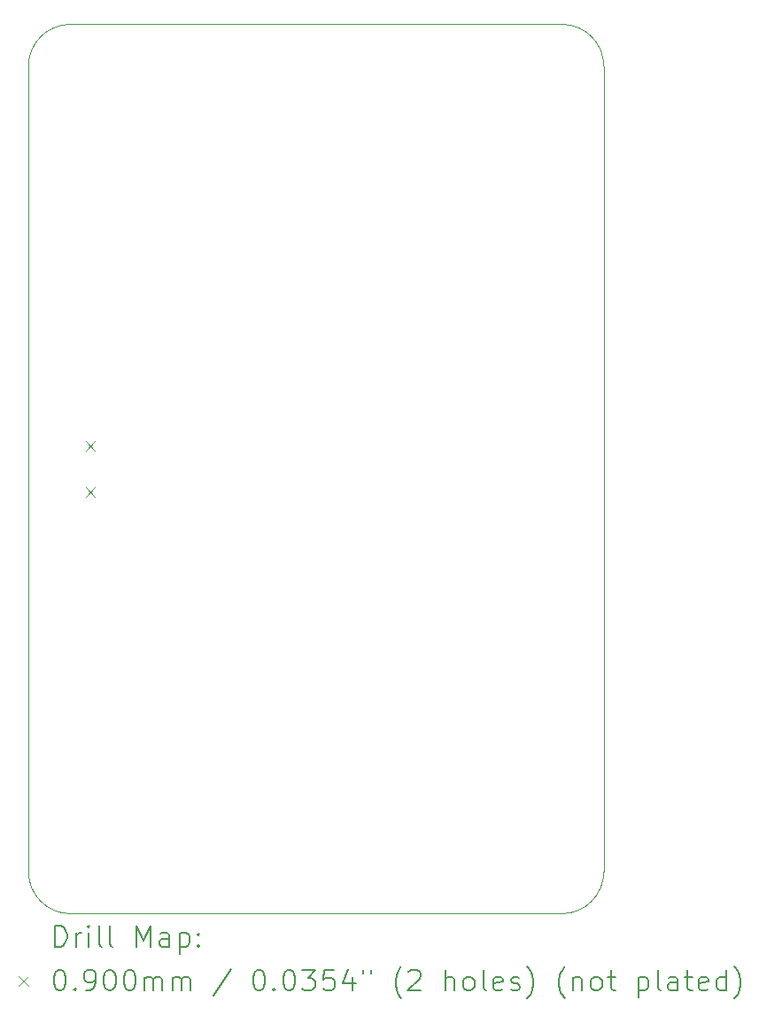
<source format=gbr>
%FSLAX45Y45*%
G04 Gerber Fmt 4.5, Leading zero omitted, Abs format (unit mm)*
G04 Created by KiCad (PCBNEW (6.0.5)) date 2024-04-12 21:33:26*
%MOMM*%
%LPD*%
G01*
G04 APERTURE LIST*
%TA.AperFunction,Profile*%
%ADD10C,0.100000*%
%TD*%
%ADD11C,0.200000*%
%ADD12C,0.090000*%
G04 APERTURE END LIST*
D10*
X18000000Y-13100000D02*
X18000000Y-5400000D01*
X18000000Y-5400000D02*
G75*
G03*
X17600000Y-5000000I-400000J0D01*
G01*
X12500000Y-5400000D02*
X12500000Y-13100000D01*
X12900000Y-13500000D02*
X17600000Y-13500000D01*
X12900000Y-5000000D02*
G75*
G03*
X12500000Y-5400000I0J-400000D01*
G01*
X12500000Y-13100000D02*
G75*
G03*
X12900000Y-13500000I400000J0D01*
G01*
X17600000Y-13500000D02*
G75*
G03*
X18000000Y-13100000I0J400000D01*
G01*
X17600000Y-5000000D02*
X12900000Y-5000000D01*
D11*
D12*
X13047500Y-8985000D02*
X13137500Y-9075000D01*
X13137500Y-8985000D02*
X13047500Y-9075000D01*
X13047500Y-9425000D02*
X13137500Y-9515000D01*
X13137500Y-9425000D02*
X13047500Y-9515000D01*
D11*
X12752619Y-13815476D02*
X12752619Y-13615476D01*
X12800238Y-13615476D01*
X12828809Y-13625000D01*
X12847857Y-13644048D01*
X12857381Y-13663095D01*
X12866905Y-13701190D01*
X12866905Y-13729762D01*
X12857381Y-13767857D01*
X12847857Y-13786905D01*
X12828809Y-13805952D01*
X12800238Y-13815476D01*
X12752619Y-13815476D01*
X12952619Y-13815476D02*
X12952619Y-13682143D01*
X12952619Y-13720238D02*
X12962143Y-13701190D01*
X12971667Y-13691667D01*
X12990714Y-13682143D01*
X13009762Y-13682143D01*
X13076428Y-13815476D02*
X13076428Y-13682143D01*
X13076428Y-13615476D02*
X13066905Y-13625000D01*
X13076428Y-13634524D01*
X13085952Y-13625000D01*
X13076428Y-13615476D01*
X13076428Y-13634524D01*
X13200238Y-13815476D02*
X13181190Y-13805952D01*
X13171667Y-13786905D01*
X13171667Y-13615476D01*
X13305000Y-13815476D02*
X13285952Y-13805952D01*
X13276428Y-13786905D01*
X13276428Y-13615476D01*
X13533571Y-13815476D02*
X13533571Y-13615476D01*
X13600238Y-13758333D01*
X13666905Y-13615476D01*
X13666905Y-13815476D01*
X13847857Y-13815476D02*
X13847857Y-13710714D01*
X13838333Y-13691667D01*
X13819286Y-13682143D01*
X13781190Y-13682143D01*
X13762143Y-13691667D01*
X13847857Y-13805952D02*
X13828809Y-13815476D01*
X13781190Y-13815476D01*
X13762143Y-13805952D01*
X13752619Y-13786905D01*
X13752619Y-13767857D01*
X13762143Y-13748809D01*
X13781190Y-13739286D01*
X13828809Y-13739286D01*
X13847857Y-13729762D01*
X13943095Y-13682143D02*
X13943095Y-13882143D01*
X13943095Y-13691667D02*
X13962143Y-13682143D01*
X14000238Y-13682143D01*
X14019286Y-13691667D01*
X14028809Y-13701190D01*
X14038333Y-13720238D01*
X14038333Y-13777381D01*
X14028809Y-13796428D01*
X14019286Y-13805952D01*
X14000238Y-13815476D01*
X13962143Y-13815476D01*
X13943095Y-13805952D01*
X14124048Y-13796428D02*
X14133571Y-13805952D01*
X14124048Y-13815476D01*
X14114524Y-13805952D01*
X14124048Y-13796428D01*
X14124048Y-13815476D01*
X14124048Y-13691667D02*
X14133571Y-13701190D01*
X14124048Y-13710714D01*
X14114524Y-13701190D01*
X14124048Y-13691667D01*
X14124048Y-13710714D01*
D12*
X12405000Y-14100000D02*
X12495000Y-14190000D01*
X12495000Y-14100000D02*
X12405000Y-14190000D01*
D11*
X12790714Y-14035476D02*
X12809762Y-14035476D01*
X12828809Y-14045000D01*
X12838333Y-14054524D01*
X12847857Y-14073571D01*
X12857381Y-14111667D01*
X12857381Y-14159286D01*
X12847857Y-14197381D01*
X12838333Y-14216428D01*
X12828809Y-14225952D01*
X12809762Y-14235476D01*
X12790714Y-14235476D01*
X12771667Y-14225952D01*
X12762143Y-14216428D01*
X12752619Y-14197381D01*
X12743095Y-14159286D01*
X12743095Y-14111667D01*
X12752619Y-14073571D01*
X12762143Y-14054524D01*
X12771667Y-14045000D01*
X12790714Y-14035476D01*
X12943095Y-14216428D02*
X12952619Y-14225952D01*
X12943095Y-14235476D01*
X12933571Y-14225952D01*
X12943095Y-14216428D01*
X12943095Y-14235476D01*
X13047857Y-14235476D02*
X13085952Y-14235476D01*
X13105000Y-14225952D01*
X13114524Y-14216428D01*
X13133571Y-14187857D01*
X13143095Y-14149762D01*
X13143095Y-14073571D01*
X13133571Y-14054524D01*
X13124048Y-14045000D01*
X13105000Y-14035476D01*
X13066905Y-14035476D01*
X13047857Y-14045000D01*
X13038333Y-14054524D01*
X13028809Y-14073571D01*
X13028809Y-14121190D01*
X13038333Y-14140238D01*
X13047857Y-14149762D01*
X13066905Y-14159286D01*
X13105000Y-14159286D01*
X13124048Y-14149762D01*
X13133571Y-14140238D01*
X13143095Y-14121190D01*
X13266905Y-14035476D02*
X13285952Y-14035476D01*
X13305000Y-14045000D01*
X13314524Y-14054524D01*
X13324048Y-14073571D01*
X13333571Y-14111667D01*
X13333571Y-14159286D01*
X13324048Y-14197381D01*
X13314524Y-14216428D01*
X13305000Y-14225952D01*
X13285952Y-14235476D01*
X13266905Y-14235476D01*
X13247857Y-14225952D01*
X13238333Y-14216428D01*
X13228809Y-14197381D01*
X13219286Y-14159286D01*
X13219286Y-14111667D01*
X13228809Y-14073571D01*
X13238333Y-14054524D01*
X13247857Y-14045000D01*
X13266905Y-14035476D01*
X13457381Y-14035476D02*
X13476428Y-14035476D01*
X13495476Y-14045000D01*
X13505000Y-14054524D01*
X13514524Y-14073571D01*
X13524048Y-14111667D01*
X13524048Y-14159286D01*
X13514524Y-14197381D01*
X13505000Y-14216428D01*
X13495476Y-14225952D01*
X13476428Y-14235476D01*
X13457381Y-14235476D01*
X13438333Y-14225952D01*
X13428809Y-14216428D01*
X13419286Y-14197381D01*
X13409762Y-14159286D01*
X13409762Y-14111667D01*
X13419286Y-14073571D01*
X13428809Y-14054524D01*
X13438333Y-14045000D01*
X13457381Y-14035476D01*
X13609762Y-14235476D02*
X13609762Y-14102143D01*
X13609762Y-14121190D02*
X13619286Y-14111667D01*
X13638333Y-14102143D01*
X13666905Y-14102143D01*
X13685952Y-14111667D01*
X13695476Y-14130714D01*
X13695476Y-14235476D01*
X13695476Y-14130714D02*
X13705000Y-14111667D01*
X13724048Y-14102143D01*
X13752619Y-14102143D01*
X13771667Y-14111667D01*
X13781190Y-14130714D01*
X13781190Y-14235476D01*
X13876428Y-14235476D02*
X13876428Y-14102143D01*
X13876428Y-14121190D02*
X13885952Y-14111667D01*
X13905000Y-14102143D01*
X13933571Y-14102143D01*
X13952619Y-14111667D01*
X13962143Y-14130714D01*
X13962143Y-14235476D01*
X13962143Y-14130714D02*
X13971667Y-14111667D01*
X13990714Y-14102143D01*
X14019286Y-14102143D01*
X14038333Y-14111667D01*
X14047857Y-14130714D01*
X14047857Y-14235476D01*
X14438333Y-14025952D02*
X14266905Y-14283095D01*
X14695476Y-14035476D02*
X14714524Y-14035476D01*
X14733571Y-14045000D01*
X14743095Y-14054524D01*
X14752619Y-14073571D01*
X14762143Y-14111667D01*
X14762143Y-14159286D01*
X14752619Y-14197381D01*
X14743095Y-14216428D01*
X14733571Y-14225952D01*
X14714524Y-14235476D01*
X14695476Y-14235476D01*
X14676428Y-14225952D01*
X14666905Y-14216428D01*
X14657381Y-14197381D01*
X14647857Y-14159286D01*
X14647857Y-14111667D01*
X14657381Y-14073571D01*
X14666905Y-14054524D01*
X14676428Y-14045000D01*
X14695476Y-14035476D01*
X14847857Y-14216428D02*
X14857381Y-14225952D01*
X14847857Y-14235476D01*
X14838333Y-14225952D01*
X14847857Y-14216428D01*
X14847857Y-14235476D01*
X14981190Y-14035476D02*
X15000238Y-14035476D01*
X15019286Y-14045000D01*
X15028809Y-14054524D01*
X15038333Y-14073571D01*
X15047857Y-14111667D01*
X15047857Y-14159286D01*
X15038333Y-14197381D01*
X15028809Y-14216428D01*
X15019286Y-14225952D01*
X15000238Y-14235476D01*
X14981190Y-14235476D01*
X14962143Y-14225952D01*
X14952619Y-14216428D01*
X14943095Y-14197381D01*
X14933571Y-14159286D01*
X14933571Y-14111667D01*
X14943095Y-14073571D01*
X14952619Y-14054524D01*
X14962143Y-14045000D01*
X14981190Y-14035476D01*
X15114524Y-14035476D02*
X15238333Y-14035476D01*
X15171667Y-14111667D01*
X15200238Y-14111667D01*
X15219286Y-14121190D01*
X15228809Y-14130714D01*
X15238333Y-14149762D01*
X15238333Y-14197381D01*
X15228809Y-14216428D01*
X15219286Y-14225952D01*
X15200238Y-14235476D01*
X15143095Y-14235476D01*
X15124048Y-14225952D01*
X15114524Y-14216428D01*
X15419286Y-14035476D02*
X15324048Y-14035476D01*
X15314524Y-14130714D01*
X15324048Y-14121190D01*
X15343095Y-14111667D01*
X15390714Y-14111667D01*
X15409762Y-14121190D01*
X15419286Y-14130714D01*
X15428809Y-14149762D01*
X15428809Y-14197381D01*
X15419286Y-14216428D01*
X15409762Y-14225952D01*
X15390714Y-14235476D01*
X15343095Y-14235476D01*
X15324048Y-14225952D01*
X15314524Y-14216428D01*
X15600238Y-14102143D02*
X15600238Y-14235476D01*
X15552619Y-14025952D02*
X15505000Y-14168809D01*
X15628809Y-14168809D01*
X15695476Y-14035476D02*
X15695476Y-14073571D01*
X15771667Y-14035476D02*
X15771667Y-14073571D01*
X16066905Y-14311667D02*
X16057381Y-14302143D01*
X16038333Y-14273571D01*
X16028809Y-14254524D01*
X16019286Y-14225952D01*
X16009762Y-14178333D01*
X16009762Y-14140238D01*
X16019286Y-14092619D01*
X16028809Y-14064048D01*
X16038333Y-14045000D01*
X16057381Y-14016428D01*
X16066905Y-14006905D01*
X16133571Y-14054524D02*
X16143095Y-14045000D01*
X16162143Y-14035476D01*
X16209762Y-14035476D01*
X16228809Y-14045000D01*
X16238333Y-14054524D01*
X16247857Y-14073571D01*
X16247857Y-14092619D01*
X16238333Y-14121190D01*
X16124048Y-14235476D01*
X16247857Y-14235476D01*
X16485952Y-14235476D02*
X16485952Y-14035476D01*
X16571667Y-14235476D02*
X16571667Y-14130714D01*
X16562143Y-14111667D01*
X16543095Y-14102143D01*
X16514524Y-14102143D01*
X16495476Y-14111667D01*
X16485952Y-14121190D01*
X16695476Y-14235476D02*
X16676428Y-14225952D01*
X16666905Y-14216428D01*
X16657381Y-14197381D01*
X16657381Y-14140238D01*
X16666905Y-14121190D01*
X16676428Y-14111667D01*
X16695476Y-14102143D01*
X16724048Y-14102143D01*
X16743095Y-14111667D01*
X16752619Y-14121190D01*
X16762143Y-14140238D01*
X16762143Y-14197381D01*
X16752619Y-14216428D01*
X16743095Y-14225952D01*
X16724048Y-14235476D01*
X16695476Y-14235476D01*
X16876429Y-14235476D02*
X16857381Y-14225952D01*
X16847857Y-14206905D01*
X16847857Y-14035476D01*
X17028810Y-14225952D02*
X17009762Y-14235476D01*
X16971667Y-14235476D01*
X16952619Y-14225952D01*
X16943095Y-14206905D01*
X16943095Y-14130714D01*
X16952619Y-14111667D01*
X16971667Y-14102143D01*
X17009762Y-14102143D01*
X17028810Y-14111667D01*
X17038333Y-14130714D01*
X17038333Y-14149762D01*
X16943095Y-14168809D01*
X17114524Y-14225952D02*
X17133571Y-14235476D01*
X17171667Y-14235476D01*
X17190714Y-14225952D01*
X17200238Y-14206905D01*
X17200238Y-14197381D01*
X17190714Y-14178333D01*
X17171667Y-14168809D01*
X17143095Y-14168809D01*
X17124048Y-14159286D01*
X17114524Y-14140238D01*
X17114524Y-14130714D01*
X17124048Y-14111667D01*
X17143095Y-14102143D01*
X17171667Y-14102143D01*
X17190714Y-14111667D01*
X17266905Y-14311667D02*
X17276429Y-14302143D01*
X17295476Y-14273571D01*
X17305000Y-14254524D01*
X17314524Y-14225952D01*
X17324048Y-14178333D01*
X17324048Y-14140238D01*
X17314524Y-14092619D01*
X17305000Y-14064048D01*
X17295476Y-14045000D01*
X17276429Y-14016428D01*
X17266905Y-14006905D01*
X17628810Y-14311667D02*
X17619286Y-14302143D01*
X17600238Y-14273571D01*
X17590714Y-14254524D01*
X17581190Y-14225952D01*
X17571667Y-14178333D01*
X17571667Y-14140238D01*
X17581190Y-14092619D01*
X17590714Y-14064048D01*
X17600238Y-14045000D01*
X17619286Y-14016428D01*
X17628810Y-14006905D01*
X17705000Y-14102143D02*
X17705000Y-14235476D01*
X17705000Y-14121190D02*
X17714524Y-14111667D01*
X17733571Y-14102143D01*
X17762143Y-14102143D01*
X17781190Y-14111667D01*
X17790714Y-14130714D01*
X17790714Y-14235476D01*
X17914524Y-14235476D02*
X17895476Y-14225952D01*
X17885952Y-14216428D01*
X17876429Y-14197381D01*
X17876429Y-14140238D01*
X17885952Y-14121190D01*
X17895476Y-14111667D01*
X17914524Y-14102143D01*
X17943095Y-14102143D01*
X17962143Y-14111667D01*
X17971667Y-14121190D01*
X17981190Y-14140238D01*
X17981190Y-14197381D01*
X17971667Y-14216428D01*
X17962143Y-14225952D01*
X17943095Y-14235476D01*
X17914524Y-14235476D01*
X18038333Y-14102143D02*
X18114524Y-14102143D01*
X18066905Y-14035476D02*
X18066905Y-14206905D01*
X18076429Y-14225952D01*
X18095476Y-14235476D01*
X18114524Y-14235476D01*
X18333571Y-14102143D02*
X18333571Y-14302143D01*
X18333571Y-14111667D02*
X18352619Y-14102143D01*
X18390714Y-14102143D01*
X18409762Y-14111667D01*
X18419286Y-14121190D01*
X18428810Y-14140238D01*
X18428810Y-14197381D01*
X18419286Y-14216428D01*
X18409762Y-14225952D01*
X18390714Y-14235476D01*
X18352619Y-14235476D01*
X18333571Y-14225952D01*
X18543095Y-14235476D02*
X18524048Y-14225952D01*
X18514524Y-14206905D01*
X18514524Y-14035476D01*
X18705000Y-14235476D02*
X18705000Y-14130714D01*
X18695476Y-14111667D01*
X18676429Y-14102143D01*
X18638333Y-14102143D01*
X18619286Y-14111667D01*
X18705000Y-14225952D02*
X18685952Y-14235476D01*
X18638333Y-14235476D01*
X18619286Y-14225952D01*
X18609762Y-14206905D01*
X18609762Y-14187857D01*
X18619286Y-14168809D01*
X18638333Y-14159286D01*
X18685952Y-14159286D01*
X18705000Y-14149762D01*
X18771667Y-14102143D02*
X18847857Y-14102143D01*
X18800238Y-14035476D02*
X18800238Y-14206905D01*
X18809762Y-14225952D01*
X18828810Y-14235476D01*
X18847857Y-14235476D01*
X18990714Y-14225952D02*
X18971667Y-14235476D01*
X18933571Y-14235476D01*
X18914524Y-14225952D01*
X18905000Y-14206905D01*
X18905000Y-14130714D01*
X18914524Y-14111667D01*
X18933571Y-14102143D01*
X18971667Y-14102143D01*
X18990714Y-14111667D01*
X19000238Y-14130714D01*
X19000238Y-14149762D01*
X18905000Y-14168809D01*
X19171667Y-14235476D02*
X19171667Y-14035476D01*
X19171667Y-14225952D02*
X19152619Y-14235476D01*
X19114524Y-14235476D01*
X19095476Y-14225952D01*
X19085952Y-14216428D01*
X19076429Y-14197381D01*
X19076429Y-14140238D01*
X19085952Y-14121190D01*
X19095476Y-14111667D01*
X19114524Y-14102143D01*
X19152619Y-14102143D01*
X19171667Y-14111667D01*
X19247857Y-14311667D02*
X19257381Y-14302143D01*
X19276429Y-14273571D01*
X19285952Y-14254524D01*
X19295476Y-14225952D01*
X19305000Y-14178333D01*
X19305000Y-14140238D01*
X19295476Y-14092619D01*
X19285952Y-14064048D01*
X19276429Y-14045000D01*
X19257381Y-14016428D01*
X19247857Y-14006905D01*
M02*

</source>
